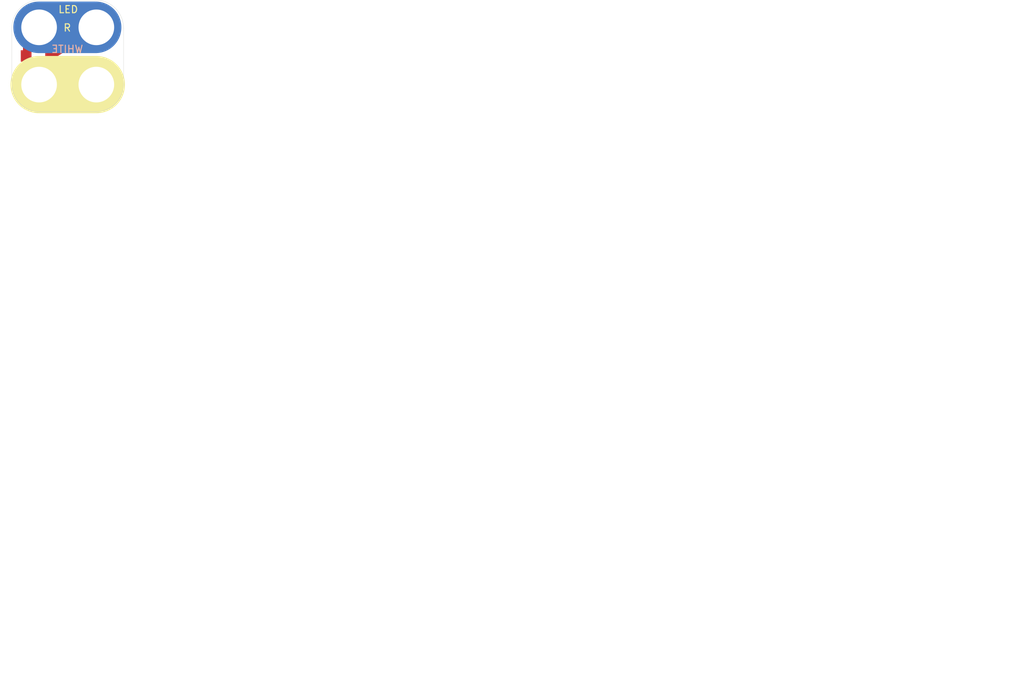
<source format=kicad_pcb>
(kicad_pcb (version 4) (host pcbnew 4.0.7-e2-6376~58~ubuntu16.04.1)

  (general
    (links 2)
    (no_connects 2)
    (area 0 0 0 0)
    (thickness 1.6)
    (drawings 3)
    (tracks 0)
    (zones 0)
    (modules 1)
    (nets 3)
  )

  (page USLetter)
  (title_block
    (title "2x2 Current-Limited Red SMT LED Module")
    (date "08 May 2018")
    (rev 1.0)
    (company "All rights reserved.")
    (comment 1 help@browndoggadgets.com)
    (comment 2 http://browndoggadgets.com/)
    (comment 3 "Brown Dog Gadgets")
  )

  (layers
    (0 F.Cu signal)
    (31 B.Cu signal)
    (34 B.Paste user)
    (35 F.Paste user)
    (36 B.SilkS user)
    (37 F.SilkS user)
    (38 B.Mask user)
    (39 F.Mask user)
    (40 Dwgs.User user)
    (44 Edge.Cuts user)
    (46 B.CrtYd user)
    (47 F.CrtYd user)
    (48 B.Fab user)
    (49 F.Fab user)
  )

  (setup
    (last_trace_width 0.1524)
    (user_trace_width 0.1524)
    (user_trace_width 0.254)
    (user_trace_width 0.3302)
    (user_trace_width 0.508)
    (user_trace_width 0.762)
    (user_trace_width 1.27)
    (trace_clearance 0.254)
    (zone_clearance 0.508)
    (zone_45_only no)
    (trace_min 0.1524)
    (segment_width 0.1524)
    (edge_width 0.1524)
    (via_size 0.6858)
    (via_drill 0.3302)
    (via_min_size 0.6858)
    (via_min_drill 0.3302)
    (user_via 0.6858 0.3302)
    (user_via 0.762 0.4064)
    (user_via 0.8636 0.508)
    (uvia_size 0.6858)
    (uvia_drill 0.3302)
    (uvias_allowed no)
    (uvia_min_size 0)
    (uvia_min_drill 0)
    (pcb_text_width 0.1524)
    (pcb_text_size 1.016 1.016)
    (mod_edge_width 0.1524)
    (mod_text_size 1.016 1.016)
    (mod_text_width 0.1524)
    (pad_size 1.6 1.5)
    (pad_drill 0)
    (pad_to_mask_clearance 0.0762)
    (solder_mask_min_width 0.1016)
    (pad_to_paste_clearance -0.0762)
    (aux_axis_origin 0 0)
    (visible_elements FFFEDF7D)
    (pcbplotparams
      (layerselection 0x310fc_80000001)
      (usegerberextensions true)
      (excludeedgelayer true)
      (linewidth 0.100000)
      (plotframeref false)
      (viasonmask false)
      (mode 1)
      (useauxorigin false)
      (hpglpennumber 1)
      (hpglpenspeed 20)
      (hpglpendiameter 15)
      (hpglpenoverlay 2)
      (psnegative false)
      (psa4output false)
      (plotreference true)
      (plotvalue true)
      (plotinvisibletext false)
      (padsonsilk false)
      (subtractmaskfromsilk false)
      (outputformat 1)
      (mirror false)
      (drillshape 0)
      (scaleselection 1)
      (outputdirectory gerbers))
  )

  (net 0 "")
  (net 1 "Net-(LED1-Pad1)")
  (net 2 "Net-(LED1-Pad2)")

  (net_class Default "This is the default net class."
    (clearance 0.254)
    (trace_width 0.254)
    (via_dia 0.6858)
    (via_drill 0.3302)
    (uvia_dia 0.6858)
    (uvia_drill 0.3302)
    (add_net "Net-(LED1-Pad1)")
    (add_net "Net-(LED1-Pad2)")
  )

  (module Crazy_Circuits:LED-SMT-1206-2x2-LIMITED (layer F.Cu) (tedit 5AF3257A) (tstamp 5AF3D09E)
    (at 9.78 36.448)
    (descr "1206 surface mount centered 2x2")
    (path /5AF47A50)
    (fp_text reference LED1 (at 0 0) (layer F.SilkS)
      (effects (font (thickness 0.15)))
    )
    (fp_text value RED (at 4.1 -3.9) (layer F.Fab) hide
      (effects (font (size 1 1) (thickness 0.15)))
    )
    (fp_arc (start 0 0) (end 2.8 0) (angle 180) (layer F.Mask) (width 0.6))
    (fp_line (start 1.75 -4) (end 4 -5.5) (layer F.Cu) (width 1))
    (fp_line (start 3 -6.75) (end 3 -5.75) (layer F.Fab) (width 0.04064))
    (fp_line (start 5 -6.75) (end 3 -6.75) (layer F.Fab) (width 0.04064))
    (fp_line (start 5 -0.75) (end 5 -6.75) (layer F.Fab) (width 0.04064))
    (fp_line (start 3 -0.75) (end 5 -0.75) (layer F.Fab) (width 0.04064))
    (fp_line (start 3 -5.75) (end 3 -0.75) (layer F.Fab) (width 0.04064))
    (fp_line (start 3 -3) (end -3 -3) (layer F.Fab) (width 0.04064))
    (fp_line (start 3 -5) (end 3 -3) (layer F.Fab) (width 0.04064))
    (fp_line (start -3 -5) (end 3 -5) (layer F.Fab) (width 0.04064))
    (fp_line (start -3 -3) (end -3 -5) (layer F.Fab) (width 0.04064))
    (fp_text user - (at 4 -1.75) (layer F.Fab)
      (effects (font (size 1 1) (thickness 0.15)))
    )
    (fp_text user + (at 4 -5.75) (layer F.Fab)
      (effects (font (size 1 1) (thickness 0.15)))
    )
    (fp_text user LED (at 4 -3.75 90) (layer F.Fab)
      (effects (font (size 1 1) (thickness 0.15)))
    )
    (fp_text user RES (at 0 -4 180) (layer F.Fab)
      (effects (font (size 1 1) (thickness 0.15)))
    )
    (fp_line (start 0 0) (end 8 0) (layer F.SilkS) (width 8))
    (fp_text user %R (at 3.95 -4) (layer F.Fab) hide
      (effects (font (size 1 1) (thickness 0.15)))
    )
    (fp_line (start 0 0) (end 7.9 0) (layer B.Cu) (width 7.2))
    (fp_text user LED (at 4.075 -10.5 180) (layer F.SilkS)
      (effects (font (size 1 1) (thickness 0.15)))
    )
    (fp_line (start 0 0) (end 7.9 0) (layer B.Mask) (width 7.2))
    (fp_line (start 0 -8) (end 7.9 -8) (layer B.Cu) (width 7.2))
    (fp_line (start 0 -8) (end 7.9 -8) (layer B.Mask) (width 7.2))
    (fp_line (start 0.1 -1.15) (end 8.225 -1.15) (layer F.Cu) (width 2))
    (fp_line (start 7.9 -11.8) (end 0.1 -11.8) (layer Edge.Cuts) (width 0.04064))
    (fp_line (start 7.9 3.8) (end 0.1 3.8) (layer Edge.Cuts) (width 0.04064))
    (fp_line (start 11.8 -0.1) (end 11.8 -7.9) (layer Edge.Cuts) (width 0.04064))
    (fp_line (start -3.8 -0.1) (end -3.8 -7.9) (layer Edge.Cuts) (width 0.04064))
    (fp_arc (start 7.9 -7.9) (end 7.9 -11.8) (angle 90) (layer Edge.Cuts) (width 0.04064))
    (fp_arc (start 7.9 -0.1) (end 11.8 -0.1) (angle 90) (layer Edge.Cuts) (width 0.04064))
    (fp_arc (start 0.1 -0.1) (end 0.1 3.8) (angle 90) (layer Edge.Cuts) (width 0.04064))
    (fp_arc (start 0.1 -7.9) (end -3.8 -7.9) (angle 90) (layer Edge.Cuts) (width 0.04064))
    (fp_line (start 7.9 -11.8) (end 0.1 -11.8) (layer F.Fab) (width 0.04064))
    (fp_line (start 7.9 3.8) (end 0.1 3.8) (layer F.Fab) (width 0.04064))
    (fp_line (start 11.8 -0.1) (end 11.8 -7.9) (layer F.Fab) (width 0.04064))
    (fp_line (start -3.8 -0.1) (end -3.8 -7.9) (layer F.Fab) (width 0.04064))
    (fp_arc (start 7.9 -7.9) (end 7.9 -11.8) (angle 90) (layer F.Fab) (width 0.04064))
    (fp_arc (start 7.9 -0.1) (end 11.8 -0.1) (angle 90) (layer F.Fab) (width 0.04064))
    (fp_arc (start 0.1 -0.1) (end 0.1 3.8) (angle 90) (layer F.Fab) (width 0.04064))
    (fp_arc (start 0.1 -7.9) (end -3.8 -7.9) (angle 90) (layer F.Fab) (width 0.04064))
    (fp_line (start -1.75 -7) (end -1.75 -4) (layer F.Cu) (width 1))
    (fp_arc (start 8 0) (end 8 -2.8) (angle 270) (layer F.Mask) (width 0.6))
    (fp_arc (start 8 -8) (end 5.2 -8) (angle 270) (layer F.Mask) (width 0.6))
    (fp_arc (start 0 -8) (end -2.8 -8) (angle 180) (layer F.Mask) (width 0.6))
    (pad 1 smd rect (at -1.81 -4 90) (size 1.6 1.5) (layers F.Cu F.Paste F.Mask)
      (net 1 "Net-(LED1-Pad1)"))
    (pad - thru_hole circle (at 0 0) (size 6 6) (drill 4.98) (layers *.Cu B.Mask))
    (pad + thru_hole circle (at 0 -8) (size 6 6) (drill 4.98) (layers *.Cu B.Mask))
    (pad + thru_hole circle (at 8 -8) (size 6 6) (drill 4.98) (layers *.Cu B.Mask))
    (pad - thru_hole circle (at 8 0) (size 6 6) (drill 4.98) (layers *.Cu B.Mask))
    (pad 2 smd rect (at 1.61 -4 90) (size 1.6 1.5) (layers F.Cu F.Paste F.Mask)
      (net 2 "Net-(LED1-Pad2)"))
    (pad 1 smd rect (at 4 -2.04) (size 1.6 1.5) (layers F.Cu F.Paste F.Mask)
      (net 1 "Net-(LED1-Pad1)"))
    (pad 2 smd rect (at 4 -5.46) (size 1.6 1.5) (layers F.Cu F.Paste F.Mask)
      (net 2 "Net-(LED1-Pad2)"))
  )

  (gr_text WHITE (at 13.716 31.496) (layer B.SilkS) (tstamp 5AF3D151)
    (effects (font (size 1.016 1.016) (thickness 0.1524)) (justify mirror))
  )
  (gr_text R (at 13.716 28.5115) (layer F.SilkS)
    (effects (font (size 1.016 1.016) (thickness 0.1524)))
  )
  (gr_text "FABRICATION NOTES\n\n1. THIS IS A 2 LAYER BOARD. \n2. EXTERNAL LAYERS SHALL HAVE 1 OZ COPPER.\n3. MATERIAL: FR4 AND 0.062 INCH +/- 10% THICK.\n4. BOARDS SHALL BE ROHS COMPLIANT. \n5. MANUFACTURE IN ACCORDANCE WITH IPC-6012 CLASS 2\n6. MASK: BOTH SIDES OF THE BOARD SHALL HAVE \n   SOLDER MASK (BLACK) OVER BARE COPPER. \n7. SILK: BOTH SIDES OF THE BOARD SHALL HAVE \n   WHITE SILKSCREEN. DO NOT PLACE SILK OVER BARE COPPER.\n8. FINISH: ENIG.\n9. MINIMUM TRACE WIDTH - 0.006 INCH.\n   MINIMUM SPACE - 0.006 INCH.\n   MINIMUM HOLE DIA - 0.013 INCH. \n10. MAX HOLE PLACEMENT TOLERANCE OF +/- 0.003 INCH.\n11. MAX HOLE DIAMETER TOLERANCE OF +/- 0.003 INCH AFTER PLATING." (at 4.318 85.598) (layer Dwgs.User)
    (effects (font (size 2.54 2.54) (thickness 0.254)) (justify left))
  )

)

</source>
